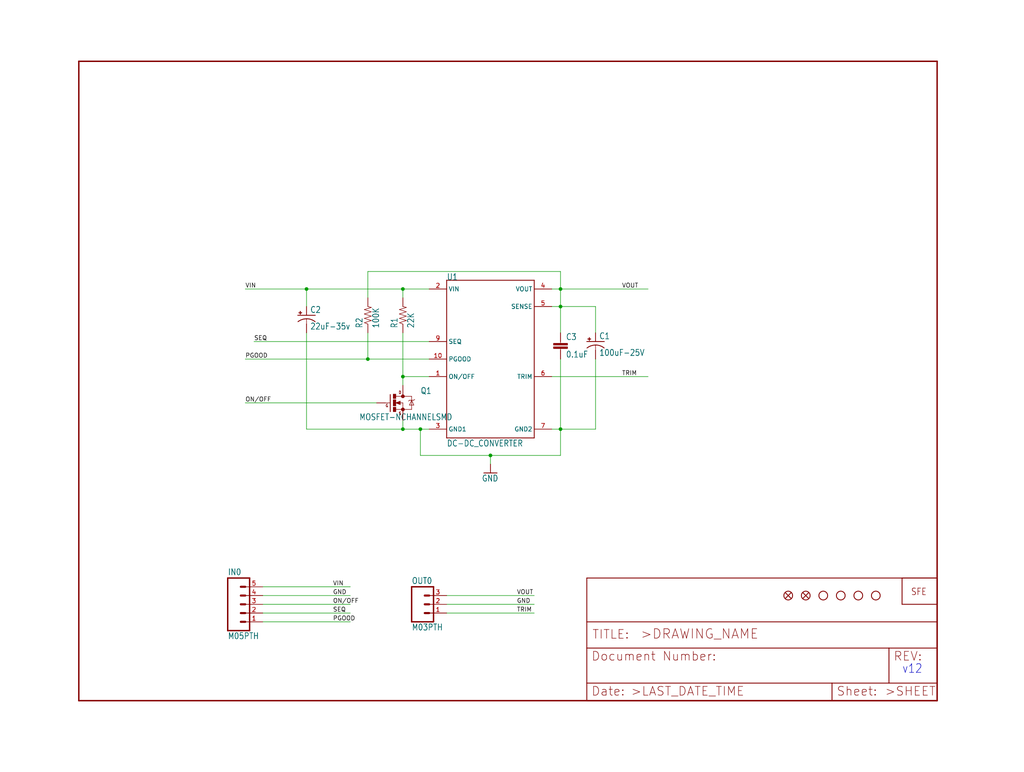
<source format=kicad_sch>
(kicad_sch (version 20211123) (generator eeschema)
  (paper "User" 297.002 223.926)
  (lib_symbols
    (symbol "schematicEagle-eagle-import:CAP0603-CAP"
      (property "Reference" "C" (at 1.524 2.921 0))
      (property "Value" "CAP0603-CAP" (at 1.524 -2.159 0))
      (symbol "CAP0603-CAP_1_0"
        (rectangle (start -2.032 0.508) (end 2.032 1.016) (fill (type outline)))
        (rectangle (start -2.032 1.524) (end 2.032 2.032) (fill (type outline)))
        (polyline (pts (xy 0 0) (xy 0 0.508)) (stroke (width 0.1524)))
        (polyline (pts (xy 0 2.54) (xy 0 2.032)) (stroke (width 0.1524)))
        (pin passive line (at 0 5.08 270) (length 2.54) (name "1") (number "1"))
        (pin passive line (at 0 -2.54 90) (length 2.54) (name "2") (number "2"))
      )
    )
    (symbol "schematicEagle-eagle-import:CAP_POL"
      (property "Reference" "C" (at 1.016 0.635 0))
      (property "Value" "CAP_POL" (at 1.016 -4.191 0))
      (symbol "CAP_POL_1_0"
        (rectangle (start -2.253 0.668) (end -1.364 0.795) (fill (type outline)))
        (rectangle (start -1.872 0.287) (end -1.745 1.176) (fill (type outline)))
        (arc (start 0 -1.0161) (mid -1.3021 -1.2302) (end -2.4669 -1.8504) (stroke (width 0.254)))
        (polyline (pts (xy -2.54 0) (xy 2.54 0)) (stroke (width 0.254)))
        (polyline (pts (xy 0 -1.016) (xy 0 -2.54)) (stroke (width 0.1524)))
        (arc (start 2.4892 -1.8542) (mid 1.3158 -1.2195) (end 0 -1) (stroke (width 0.254)))
        (pin passive line (at 0 2.54 270) (length 2.54) (name "+") (number "+"))
        (pin passive line (at 0 -5.08 90) (length 2.54) (name "-") (number "-"))
      )
    )
    (symbol "schematicEagle-eagle-import:CAP_POLC"
      (property "Reference" "C" (at 1.016 0.635 0))
      (property "Value" "CAP_POLC" (at 1.016 -4.191 0))
      (symbol "CAP_POLC_1_0"
        (rectangle (start -2.253 0.668) (end -1.364 0.795) (fill (type outline)))
        (rectangle (start -1.872 0.287) (end -1.745 1.176) (fill (type outline)))
        (arc (start 0 -1.0161) (mid -1.3021 -1.2302) (end -2.4669 -1.8504) (stroke (width 0.254)))
        (polyline (pts (xy -2.54 0) (xy 2.54 0)) (stroke (width 0.254)))
        (polyline (pts (xy 0 -1.016) (xy 0 -2.54)) (stroke (width 0.1524)))
        (arc (start 2.4892 -1.8542) (mid 1.3158 -1.2195) (end 0 -1) (stroke (width 0.254)))
        (pin passive line (at 0 2.54 270) (length 2.54) (name "+") (number "+"))
        (pin passive line (at 0 -5.08 90) (length 2.54) (name "-") (number "-"))
      )
    )
    (symbol "schematicEagle-eagle-import:DC-DC_CONVERTER"
      (property "Value" "DC-DC_CONVERTER" (at -12.7 -25.4 0))
      (symbol "DC-DC_CONVERTER_1_0"
        (polyline (pts (xy -12.7 -22.86) (xy 12.7 -22.86)) (stroke (width 0.254)))
        (polyline (pts (xy -12.7 22.86) (xy -12.7 -22.86)) (stroke (width 0.254)))
        (polyline (pts (xy 12.7 -22.86) (xy 12.7 22.86)) (stroke (width 0.254)))
        (polyline (pts (xy 12.7 22.86) (xy -12.7 22.86)) (stroke (width 0.254)))
        (pin bidirectional line (at -17.78 -5.08 0) (length 5.08) (name "ON/OFF") (number "1"))
        (pin bidirectional line (at -17.78 0 0) (length 5.08) (name "PGOOD") (number "10"))
        (pin bidirectional line (at -17.78 20.32 0) (length 5.08) (name "VIN") (number "2"))
        (pin bidirectional line (at -17.78 -20.32 0) (length 5.08) (name "GND1") (number "3"))
        (pin bidirectional line (at 17.78 20.32 180) (length 5.08) (name "VOUT") (number "4"))
        (pin bidirectional line (at 17.78 15.24 180) (length 5.08) (name "SENSE") (number "5"))
        (pin bidirectional line (at 17.78 -5.08 180) (length 5.08) (name "TRIM") (number "6"))
        (pin bidirectional line (at 17.78 -20.32 180) (length 5.08) (name "GND2") (number "7"))
        (pin bidirectional line (at -17.78 5.08 0) (length 5.08) (name "SEQ") (number "9"))
      )
    )
    (symbol "schematicEagle-eagle-import:FIDUCIAL1X2"
      (symbol "FIDUCIAL1X2_1_0"
        (polyline (pts (xy -0.762 0.762) (xy 0.762 -0.762)) (stroke (width 0.254)))
        (polyline (pts (xy 0.762 0.762) (xy -0.762 -0.762)) (stroke (width 0.254)))
        (circle (center 0 0) (radius 1.27) (stroke (width 0.254)))
      )
    )
    (symbol "schematicEagle-eagle-import:FRAME-LETTER"
      (symbol "FRAME-LETTER_1_0"
        (polyline (pts (xy 0 0) (xy 248.92 0)) (stroke (width 0.4064)))
        (polyline (pts (xy 0 185.42) (xy 0 0)) (stroke (width 0.4064)))
        (polyline (pts (xy 0 185.42) (xy 248.92 185.42)) (stroke (width 0.4064)))
        (polyline (pts (xy 248.92 185.42) (xy 248.92 0)) (stroke (width 0.4064)))
      )
      (symbol "FRAME-LETTER_2_0"
        (polyline (pts (xy 0 0) (xy 0 5.08)) (stroke (width 0.254)))
        (polyline (pts (xy 0 0) (xy 71.12 0)) (stroke (width 0.254)))
        (polyline (pts (xy 0 5.08) (xy 0 15.24)) (stroke (width 0.254)))
        (polyline (pts (xy 0 5.08) (xy 71.12 5.08)) (stroke (width 0.254)))
        (polyline (pts (xy 0 15.24) (xy 0 22.86)) (stroke (width 0.254)))
        (polyline (pts (xy 0 22.86) (xy 0 35.56)) (stroke (width 0.254)))
        (polyline (pts (xy 0 22.86) (xy 101.6 22.86)) (stroke (width 0.254)))
        (polyline (pts (xy 71.12 0) (xy 101.6 0)) (stroke (width 0.254)))
        (polyline (pts (xy 71.12 5.08) (xy 71.12 0)) (stroke (width 0.254)))
        (polyline (pts (xy 71.12 5.08) (xy 87.63 5.08)) (stroke (width 0.254)))
        (polyline (pts (xy 87.63 5.08) (xy 101.6 5.08)) (stroke (width 0.254)))
        (polyline (pts (xy 87.63 15.24) (xy 0 15.24)) (stroke (width 0.254)))
        (polyline (pts (xy 87.63 15.24) (xy 87.63 5.08)) (stroke (width 0.254)))
        (polyline (pts (xy 101.6 5.08) (xy 101.6 0)) (stroke (width 0.254)))
        (polyline (pts (xy 101.6 15.24) (xy 87.63 15.24)) (stroke (width 0.254)))
        (polyline (pts (xy 101.6 15.24) (xy 101.6 5.08)) (stroke (width 0.254)))
        (polyline (pts (xy 101.6 22.86) (xy 101.6 15.24)) (stroke (width 0.254)))
        (polyline (pts (xy 101.6 35.56) (xy 0 35.56)) (stroke (width 0.254)))
        (polyline (pts (xy 101.6 35.56) (xy 101.6 22.86)) (stroke (width 0.254)))
        (text ">DRAWING_NAME" (at 15.494 17.78 0) (effects (font (size 2.7432 2.7432)) (justify left bottom)))
        (text ">LAST_DATE_TIME" (at 12.7 1.27 0) (effects (font (size 2.54 2.54)) (justify left bottom)))
        (text ">SHEET" (at 86.36 1.27 0) (effects (font (size 2.54 2.54)) (justify left bottom)))
        (text "Date:" (at 1.27 1.27 0) (effects (font (size 2.54 2.54)) (justify left bottom)))
        (text "Document Number:" (at 1.27 11.43 0) (effects (font (size 2.54 2.54)) (justify left bottom)))
        (text "REV:" (at 88.9 11.43 0) (effects (font (size 2.54 2.54)) (justify left bottom)))
        (text "Sheet:" (at 72.39 1.27 0) (effects (font (size 2.54 2.54)) (justify left bottom)))
        (text "TITLE:" (at 1.524 17.78 0) (effects (font (size 2.54 2.54)) (justify left bottom)))
      )
    )
    (symbol "schematicEagle-eagle-import:GND" (power)
      (property "Value" "GND" (at -2.54 -2.54 0))
      (symbol "GND_1_0"
        (polyline (pts (xy -1.905 0) (xy 1.905 0)) (stroke (width 0.254)))
        (pin power_in line (at 0 2.54 270) (length 2.54) (name "GND") (number "1"))
      )
    )
    (symbol "schematicEagle-eagle-import:LOGO-SFENEW"
      (symbol "LOGO-SFENEW_1_0"
        (polyline (pts (xy -2.54 -2.54) (xy 7.62 -2.54)) (stroke (width 0.254)))
        (polyline (pts (xy -2.54 5.08) (xy -2.54 -2.54)) (stroke (width 0.254)))
        (polyline (pts (xy 7.62 -2.54) (xy 7.62 5.08)) (stroke (width 0.254)))
        (polyline (pts (xy 7.62 5.08) (xy -2.54 5.08)) (stroke (width 0.254)))
        (text "SFE" (at 0 0 0) (effects (font (size 1.9304 1.6408)) (justify left bottom)))
      )
    )
    (symbol "schematicEagle-eagle-import:M03PTH"
      (property "Reference" "JP" (at -2.54 5.842 0))
      (property "Value" "M03PTH" (at -2.54 -7.62 0))
      (symbol "M03PTH_1_0"
        (polyline (pts (xy -2.54 5.08) (xy -2.54 -5.08)) (stroke (width 0.4064)))
        (polyline (pts (xy -2.54 5.08) (xy 3.81 5.08)) (stroke (width 0.4064)))
        (polyline (pts (xy 1.27 -2.54) (xy 2.54 -2.54)) (stroke (width 0.6096)))
        (polyline (pts (xy 1.27 0) (xy 2.54 0)) (stroke (width 0.6096)))
        (polyline (pts (xy 1.27 2.54) (xy 2.54 2.54)) (stroke (width 0.6096)))
        (polyline (pts (xy 3.81 -5.08) (xy -2.54 -5.08)) (stroke (width 0.4064)))
        (polyline (pts (xy 3.81 -5.08) (xy 3.81 5.08)) (stroke (width 0.4064)))
        (pin passive line (at 7.62 -2.54 180) (length 5.08) (name "1") (number "1"))
        (pin passive line (at 7.62 0 180) (length 5.08) (name "2") (number "2"))
        (pin passive line (at 7.62 2.54 180) (length 5.08) (name "3") (number "3"))
      )
    )
    (symbol "schematicEagle-eagle-import:M05PTH"
      (property "Reference" "JP" (at -2.54 8.382 0))
      (property "Value" "M05PTH" (at -2.54 -10.16 0))
      (symbol "M05PTH_1_0"
        (polyline (pts (xy -2.54 7.62) (xy -2.54 -7.62)) (stroke (width 0.4064)))
        (polyline (pts (xy -2.54 7.62) (xy 3.81 7.62)) (stroke (width 0.4064)))
        (polyline (pts (xy 1.27 -5.08) (xy 2.54 -5.08)) (stroke (width 0.6096)))
        (polyline (pts (xy 1.27 -2.54) (xy 2.54 -2.54)) (stroke (width 0.6096)))
        (polyline (pts (xy 1.27 0) (xy 2.54 0)) (stroke (width 0.6096)))
        (polyline (pts (xy 1.27 2.54) (xy 2.54 2.54)) (stroke (width 0.6096)))
        (polyline (pts (xy 1.27 5.08) (xy 2.54 5.08)) (stroke (width 0.6096)))
        (polyline (pts (xy 3.81 -7.62) (xy -2.54 -7.62)) (stroke (width 0.4064)))
        (polyline (pts (xy 3.81 -7.62) (xy 3.81 7.62)) (stroke (width 0.4064)))
        (pin passive line (at 7.62 -5.08 180) (length 5.08) (name "1") (number "1"))
        (pin passive line (at 7.62 -2.54 180) (length 5.08) (name "2") (number "2"))
        (pin passive line (at 7.62 0 180) (length 5.08) (name "3") (number "3"))
        (pin passive line (at 7.62 2.54 180) (length 5.08) (name "4") (number "4"))
        (pin passive line (at 7.62 5.08 180) (length 5.08) (name "5") (number "5"))
      )
    )
    (symbol "schematicEagle-eagle-import:MOSFET-NCHANNELSMD"
      (property "Reference" "Q" (at 5.08 2.54 0))
      (property "Value" "MOSFET-NCHANNELSMD" (at 5.08 0 0))
      (symbol "MOSFET-NCHANNELSMD_1_0"
        (rectangle (start -2.794 -2.54) (end -2.032 -1.27) (fill (type outline)))
        (rectangle (start -2.794 -0.889) (end -2.032 0.889) (fill (type outline)))
        (rectangle (start -2.794 1.27) (end -2.032 2.54) (fill (type outline)))
        (circle (center 0 -1.905) (radius 0.127) (stroke (width 0.4064)))
        (polyline (pts (xy -3.81 0) (xy -5.08 0)) (stroke (width 0.1524)))
        (polyline (pts (xy -3.6576 2.413) (xy -3.6576 -2.54)) (stroke (width 0.254)))
        (polyline (pts (xy -2.032 -1.905) (xy 0 -1.905)) (stroke (width 0.1524)))
        (polyline (pts (xy -2.032 0) (xy -0.762 -0.508)) (stroke (width 0.1524)))
        (polyline (pts (xy -1.778 0) (xy -0.889 -0.254)) (stroke (width 0.3048)))
        (polyline (pts (xy -0.889 -0.254) (xy -0.889 0)) (stroke (width 0.3048)))
        (polyline (pts (xy -0.889 0) (xy -1.143 0)) (stroke (width 0.3048)))
        (polyline (pts (xy -0.889 0) (xy 0 0)) (stroke (width 0.1524)))
        (polyline (pts (xy -0.889 0.254) (xy -1.778 0)) (stroke (width 0.3048)))
        (polyline (pts (xy -0.762 -0.508) (xy -0.762 0.508)) (stroke (width 0.1524)))
        (polyline (pts (xy -0.762 0.508) (xy -2.032 0)) (stroke (width 0.1524)))
        (polyline (pts (xy 0 -1.905) (xy 0 -2.54)) (stroke (width 0.1524)))
        (polyline (pts (xy 0 0) (xy 0 -1.905)) (stroke (width 0.1524)))
        (polyline (pts (xy 0 1.905) (xy -2.0066 1.905)) (stroke (width 0.1524)))
        (polyline (pts (xy 0 1.905) (xy 2.54 1.905)) (stroke (width 0.1524)))
        (polyline (pts (xy 0 2.54) (xy 0 1.905)) (stroke (width 0.1524)))
        (polyline (pts (xy 1.905 -0.635) (xy 3.175 -0.635)) (stroke (width 0.1524)))
        (polyline (pts (xy 1.905 0.762) (xy 1.651 0.508)) (stroke (width 0.1524)))
        (polyline (pts (xy 1.905 0.762) (xy 2.54 0.762)) (stroke (width 0.1524)))
        (polyline (pts (xy 2.54 -1.905) (xy 0 -1.905)) (stroke (width 0.1524)))
        (polyline (pts (xy 2.54 0.762) (xy 1.905 -0.635)) (stroke (width 0.1524)))
        (polyline (pts (xy 2.54 0.762) (xy 2.54 -1.905)) (stroke (width 0.1524)))
        (polyline (pts (xy 2.54 0.762) (xy 3.175 0.762)) (stroke (width 0.1524)))
        (polyline (pts (xy 2.54 1.905) (xy 2.54 0.762)) (stroke (width 0.1524)))
        (polyline (pts (xy 3.175 -0.635) (xy 2.54 0.762)) (stroke (width 0.1524)))
        (polyline (pts (xy 3.175 0.762) (xy 3.429 1.016)) (stroke (width 0.1524)))
        (circle (center 0 1.905) (radius 0.127) (stroke (width 0.4064)))
        (text "D" (at -1.27 2.54 0) (effects (font (size 0.8128 0.6908)) (justify left bottom)))
        (text "G" (at -5.08 -1.27 0) (effects (font (size 0.8128 0.6908)) (justify left bottom)))
        (text "S" (at -1.27 -3.556 0) (effects (font (size 0.8128 0.6908)) (justify left bottom)))
        (pin passive line (at -7.62 0 0) (length 2.54) (name "G") (number "1"))
        (pin passive line (at 0 -5.08 90) (length 2.54) (name "S") (number "2"))
        (pin passive line (at 0 5.08 270) (length 2.54) (name "D") (number "3"))
      )
    )
    (symbol "schematicEagle-eagle-import:RESISTOR0603-RES"
      (property "Reference" "R" (at -3.81 1.4986 0))
      (property "Value" "RESISTOR0603-RES" (at -3.81 -3.302 0))
      (symbol "RESISTOR0603-RES_1_0"
        (polyline (pts (xy -2.54 0) (xy -2.159 1.016)) (stroke (width 0.1524)))
        (polyline (pts (xy -2.159 1.016) (xy -1.524 -1.016)) (stroke (width 0.1524)))
        (polyline (pts (xy -1.524 -1.016) (xy -0.889 1.016)) (stroke (width 0.1524)))
        (polyline (pts (xy -0.889 1.016) (xy -0.254 -1.016)) (stroke (width 0.1524)))
        (polyline (pts (xy -0.254 -1.016) (xy 0.381 1.016)) (stroke (width 0.1524)))
        (polyline (pts (xy 0.381 1.016) (xy 1.016 -1.016)) (stroke (width 0.1524)))
        (polyline (pts (xy 1.016 -1.016) (xy 1.651 1.016)) (stroke (width 0.1524)))
        (polyline (pts (xy 1.651 1.016) (xy 2.286 -1.016)) (stroke (width 0.1524)))
        (polyline (pts (xy 2.286 -1.016) (xy 2.54 0)) (stroke (width 0.1524)))
        (pin passive line (at -5.08 0 0) (length 2.54) (name "1") (number "1"))
        (pin passive line (at 5.08 0 180) (length 2.54) (name "2") (number "2"))
      )
    )
    (symbol "schematicEagle-eagle-import:STAND-OFF"
      (symbol "STAND-OFF_1_0"
        (circle (center 0 0) (radius 1.27) (stroke (width 0.254)))
      )
    )
  )
  (junction (at 116.84 124.46))
  (junction (at 88.9 83.82))
  (junction (at 162.56 83.82))
  (junction (at 162.56 124.46))
  (junction (at 142.24 132.08))
  (junction (at 116.84 83.82))
  (junction (at 121.92 124.46))
  (junction (at 106.68 104.14))
  (junction (at 162.56 88.9))
  (junction (at 116.84 109.22))
  (wire (pts (xy 129.54 177.8) (xy 154.94 177.8)))
  (wire (pts (xy 142.24 132.08) (xy 162.56 132.08)))
  (wire (pts (xy 116.84 124.46) (xy 121.92 124.46)))
  (wire (pts (xy 116.84 96.52) (xy 116.84 109.22)))
  (wire (pts (xy 116.84 121.92) (xy 116.84 124.46)))
  (wire (pts (xy 124.46 104.14) (xy 106.68 104.14)))
  (wire (pts (xy 116.84 124.46) (xy 88.9 124.46)))
  (wire (pts (xy 76.2 172.72) (xy 101.6 172.72)))
  (wire (pts (xy 106.68 104.14) (xy 71.12 104.14)))
  (wire (pts (xy 116.84 83.82) (xy 116.84 86.36)))
  (wire (pts (xy 124.46 124.46) (xy 121.92 124.46)))
  (wire (pts (xy 162.56 132.08) (xy 162.56 124.46)))
  (wire (pts (xy 172.72 88.9) (xy 172.72 96.52)))
  (wire (pts (xy 88.9 88.9) (xy 88.9 83.82)))
  (wire (pts (xy 76.2 175.26) (xy 101.6 175.26)))
  (wire (pts (xy 172.72 88.9) (xy 162.56 88.9)))
  (wire (pts (xy 142.24 134.62) (xy 142.24 132.08)))
  (wire (pts (xy 106.68 86.36) (xy 106.68 78.74)))
  (wire (pts (xy 162.56 88.9) (xy 162.56 83.82)))
  (wire (pts (xy 129.54 172.72) (xy 154.94 172.72)))
  (wire (pts (xy 106.68 78.74) (xy 162.56 78.74)))
  (wire (pts (xy 116.84 83.82) (xy 88.9 83.82)))
  (wire (pts (xy 162.56 78.74) (xy 162.56 83.82)))
  (wire (pts (xy 160.02 88.9) (xy 162.56 88.9)))
  (wire (pts (xy 162.56 104.14) (xy 162.56 124.46)))
  (wire (pts (xy 121.92 132.08) (xy 142.24 132.08)))
  (wire (pts (xy 76.2 180.34) (xy 101.6 180.34)))
  (wire (pts (xy 121.92 124.46) (xy 121.92 132.08)))
  (wire (pts (xy 162.56 124.46) (xy 160.02 124.46)))
  (wire (pts (xy 160.02 109.22) (xy 187.96 109.22)))
  (wire (pts (xy 88.9 83.82) (xy 71.12 83.82)))
  (wire (pts (xy 172.72 104.14) (xy 172.72 124.46)))
  (wire (pts (xy 109.22 116.84) (xy 71.12 116.84)))
  (wire (pts (xy 76.2 170.18) (xy 101.6 170.18)))
  (wire (pts (xy 162.56 96.52) (xy 162.56 88.9)))
  (wire (pts (xy 106.68 96.52) (xy 106.68 104.14)))
  (wire (pts (xy 124.46 83.82) (xy 116.84 83.82)))
  (wire (pts (xy 172.72 124.46) (xy 162.56 124.46)))
  (wire (pts (xy 88.9 96.52) (xy 88.9 124.46)))
  (wire (pts (xy 160.02 83.82) (xy 162.56 83.82)))
  (wire (pts (xy 162.56 83.82) (xy 187.96 83.82)))
  (wire (pts (xy 129.54 175.26) (xy 154.94 175.26)))
  (wire (pts (xy 124.46 109.22) (xy 116.84 109.22)))
  (wire (pts (xy 116.84 109.22) (xy 116.84 111.76)))
  (wire (pts (xy 76.2 177.8) (xy 101.6 177.8)))
  (wire (pts (xy 124.46 99.06) (xy 73.66 99.06)))
  (text "v12" (at 261.62 195.58 180) (effects (font (size 2.54 2.159)) (justify left bottom)))
  (label "VIN" (at 96.52 170.18 0) (effects (font (size 1.2446 1.2446))))
  (label "GND" (at 149.86 175.26 0) (effects (font (size 1.2446 1.2446))))
  (label "TRIM" (at 149.86 177.8 0) (effects (font (size 1.2446 1.2446))))
  (label "VIN" (at 71.12 83.82 0) (effects (font (size 1.2446 1.2446))))
  (label "PGOOD" (at 96.52 180.34 0) (effects (font (size 1.2446 1.2446))))
  (label "GND" (at 96.52 172.72 0) (effects (font (size 1.2446 1.2446))))
  (label "TRIM" (at 180.34 109.22 0) (effects (font (size 1.2446 1.2446))))
  (label "VOUT" (at 149.86 172.72 0) (effects (font (size 1.2446 1.2446))))
  (label "VOUT" (at 180.34 83.82 0) (effects (font (size 1.2446 1.2446))))
  (label "SEQ" (at 96.52 177.8 0) (effects (font (size 1.2446 1.2446))))
  (label "ON/OFF" (at 96.52 175.26 0) (effects (font (size 1.2446 1.2446))))
  (label "SEQ" (at 73.66 99.06 0) (effects (font (size 1.2446 1.2446))))
  (label "PGOOD" (at 71.12 104.14 0) (effects (font (size 1.2446 1.2446))))
  (label "ON/OFF" (at 71.12 116.84 0) (effects (font (size 1.2446 1.2446))))
  (symbol (lib_id "schematicEagle-eagle-import:CAP0603-CAP") (at 162.56 101.6 0) (unit 1)
    (property "Reference" "C3" (at 164.084 98.679 0) (effects (font (size 1.778 1.5113)) (justify left bottom)))
    (property "Value" "0.1uF" (at 164.084 103.759 0) (effects (font (size 1.778 1.5113)) (justify left bottom)))
    (property "Footprint" "schematicEagle:0603-CAP" (effects hide))
  )
  (symbol (lib_id "schematicEagle-eagle-import:STAND-OFF") (at 254 172.72 0) (unit 1)
    (property "Reference" "U$1" (effects hide))
    (property "Value" "STAND-OFF" (effects hide))
    (property "Footprint" "schematicEagle:STAND-OFF" (effects hide))
  )
  (symbol (lib_id "schematicEagle-eagle-import:DC-DC_CONVERTER") (at 142.24 104.14 0) (unit 1)
    (property "Reference" "U1" (at 129.54 81.28 0) (effects (font (size 1.778 1.5113)) (justify left bottom)))
    (property "Value" "DC-DC_CONVERTER" (at 129.54 129.54 0) (effects (font (size 1.778 1.5113)) (justify left bottom)))
    (property "Footprint" "schematicEagle:DC-DC_CONVERTER" (effects hide))
  )
  (symbol (lib_id "schematicEagle-eagle-import:FRAME-LETTER") (at 22.86 203.2 0) (unit 1)
    (property "Reference" "#FRAME1" (effects hide))
    (property "Value" "FRAME-LETTER" (effects hide))
    (property "Footprint" "schematicEagle:" (effects hide))
  )
  (symbol (lib_id "schematicEagle-eagle-import:FRAME-LETTER") (at 170.18 203.2 0) (unit 2)
    (property "Reference" "#FRAME1" (effects hide))
    (property "Value" "FRAME-LETTER" (effects hide))
    (property "Footprint" "schematicEagle:" (effects hide))
  )
  (symbol (lib_id "schematicEagle-eagle-import:CAP_POL") (at 172.72 99.06 0) (unit 1)
    (property "Reference" "C1" (at 173.736 98.425 0) (effects (font (size 1.778 1.5113)) (justify left bottom)))
    (property "Value" "100uF-25V" (at 173.736 103.251 0) (effects (font (size 1.778 1.5113)) (justify left bottom)))
    (property "Footprint" "schematicEagle:NIPPON_F80" (effects hide))
  )
  (symbol (lib_id "schematicEagle-eagle-import:STAND-OFF") (at 238.76 172.72 0) (unit 1)
    (property "Reference" "U$5" (effects hide))
    (property "Value" "STAND-OFF" (effects hide))
    (property "Footprint" "schematicEagle:STAND-OFF" (effects hide))
  )
  (symbol (lib_id "schematicEagle-eagle-import:STAND-OFF") (at 248.92 172.72 0) (unit 1)
    (property "Reference" "U$3" (effects hide))
    (property "Value" "STAND-OFF" (effects hide))
    (property "Footprint" "schematicEagle:STAND-OFF" (effects hide))
  )
  (symbol (lib_id "schematicEagle-eagle-import:RESISTOR0603-RES") (at 106.68 91.44 90) (unit 1)
    (property "Reference" "R2" (at 105.1814 95.25 0) (effects (font (size 1.778 1.5113)) (justify left bottom)))
    (property "Value" "100K" (at 109.982 95.25 0) (effects (font (size 1.778 1.5113)) (justify left bottom)))
    (property "Footprint" "schematicEagle:0603-RES" (effects hide))
  )
  (symbol (lib_id "schematicEagle-eagle-import:M05PTH") (at 68.58 175.26 0) (unit 1)
    (property "Reference" "IN0" (at 66.04 166.878 0) (effects (font (size 1.778 1.5113)) (justify left bottom)))
    (property "Value" "M05PTH" (at 66.04 185.42 0) (effects (font (size 1.778 1.5113)) (justify left bottom)))
    (property "Footprint" "schematicEagle:1X05" (effects hide))
  )
  (symbol (lib_id "schematicEagle-eagle-import:RESISTOR0603-RES") (at 116.84 91.44 90) (unit 1)
    (property "Reference" "R1" (at 115.3414 95.25 0) (effects (font (size 1.778 1.5113)) (justify left bottom)))
    (property "Value" "22K" (at 120.142 95.25 0) (effects (font (size 1.778 1.5113)) (justify left bottom)))
    (property "Footprint" "schematicEagle:0603-RES" (effects hide))
  )
  (symbol (lib_id "schematicEagle-eagle-import:FIDUCIAL1X2") (at 233.68 172.72 0) (unit 1)
    (property "Reference" "FID1" (effects hide))
    (property "Value" "FIDUCIAL1X2" (effects hide))
    (property "Footprint" "schematicEagle:FIDUCIAL-1X2" (effects hide))
  )
  (symbol (lib_id "schematicEagle-eagle-import:MOSFET-NCHANNELSMD") (at 116.84 116.84 0) (unit 1)
    (property "Reference" "Q1" (at 121.92 114.3 0) (effects (font (size 1.778 1.5113)) (justify left bottom)))
    (property "Value" "MOSFET-NCHANNELSMD" (at 104.14 121.92 0) (effects (font (size 1.778 1.5113)) (justify left bottom)))
    (property "Footprint" "schematicEagle:SOT23-3" (effects hide))
  )
  (symbol (lib_id "schematicEagle-eagle-import:STAND-OFF") (at 243.84 172.72 0) (unit 1)
    (property "Reference" "U$4" (effects hide))
    (property "Value" "STAND-OFF" (effects hide))
    (property "Footprint" "schematicEagle:STAND-OFF" (effects hide))
  )
  (symbol (lib_id "schematicEagle-eagle-import:M03PTH") (at 121.92 175.26 0) (unit 1)
    (property "Reference" "OUT0" (at 119.38 169.418 0) (effects (font (size 1.778 1.5113)) (justify left bottom)))
    (property "Value" "M03PTH" (at 119.38 182.88 0) (effects (font (size 1.778 1.5113)) (justify left bottom)))
    (property "Footprint" "schematicEagle:1X03" (effects hide))
  )
  (symbol (lib_id "schematicEagle-eagle-import:GND") (at 142.24 137.16 0) (unit 1)
    (property "Reference" "#GND1" (effects hide))
    (property "Value" "GND" (at 139.7 139.7 0) (effects (font (size 1.778 1.5113)) (justify left bottom)))
    (property "Footprint" "schematicEagle:" (effects hide))
  )
  (symbol (lib_id "schematicEagle-eagle-import:CAP_POLC") (at 88.9 91.44 0) (unit 1)
    (property "Reference" "C2" (at 89.916 90.805 0) (effects (font (size 1.778 1.5113)) (justify left bottom)))
    (property "Value" "22uF-35v" (at 89.916 95.631 0) (effects (font (size 1.778 1.5113)) (justify left bottom)))
    (property "Footprint" "schematicEagle:PANASONIC_C" (effects hide))
  )
  (symbol (lib_id "schematicEagle-eagle-import:LOGO-SFENEW") (at 264.16 172.72 0) (unit 1)
    (property "Reference" "U$2" (effects hide))
    (property "Value" "LOGO-SFENEW" (effects hide))
    (property "Footprint" "schematicEagle:SFE-NEW-WEBLOGO" (effects hide))
  )
  (symbol (lib_id "schematicEagle-eagle-import:FIDUCIAL1X2") (at 228.6 172.72 0) (unit 1)
    (property "Reference" "FID2" (effects hide))
    (property "Value" "FIDUCIAL1X2" (effects hide))
    (property "Footprint" "schematicEagle:FIDUCIAL-1X2" (effects hide))
  )
)
</source>
